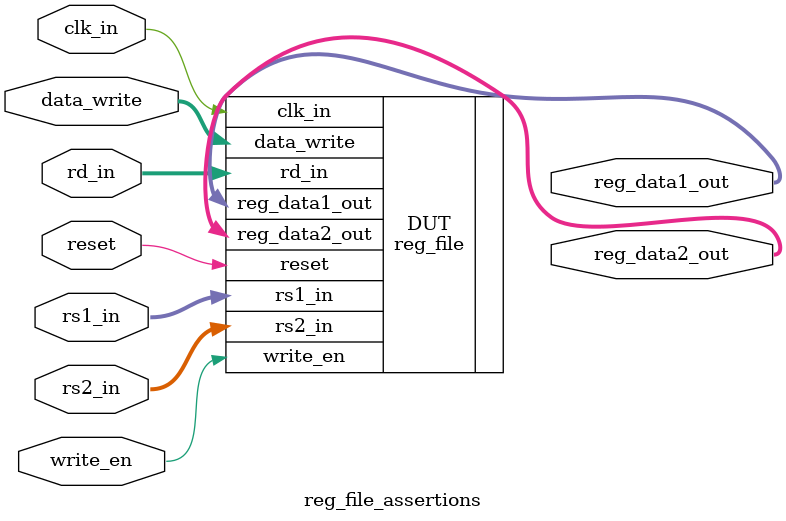
<source format=sv>
module reg_file_assertions #(
   parameter   REG_DATA_WIDTH_POW = 6,
   localparam  REG_DATA_WIDTH = 1 << REG_DATA_WIDTH_POW,

   parameter   REG_MEM_DEPTH_POW = 5,
   localparam  REG_MEM_DEPTH = 1 << REG_MEM_DEPTH_POW
)(
   input logic [REG_MEM_DEPTH_POW-1:0]    rs1_in, rs2_in,
   input logic [REG_MEM_DEPTH_POW-1:0]    rd_in,
   
   input logic [REG_DATA_WIDTH-1:0]       data_write,
   input logic                            clk_in,
   input logic                            write_en,
   input logic                            reset,
   
   output logic [REG_DATA_WIDTH-1:0]      reg_data1_out, reg_data2_out
);


   // Instantiate the DUT (Design Under Test)
   reg_file #(
      .REG_DATA_WIDTH_POW(REG_DATA_WIDTH_POW),
      .REG_MEM_DEPTH_POW(REG_MEM_DEPTH_POW)
   ) DUT (
      .rs1_in(rs1_in),
      .rs2_in(rs2_in),
      .rd_in(rd_in),
      .data_write(data_write),
      .clk_in(clk_in),
      .write_en(write_en),
      .reset(reset),
      .reg_data1_out(reg_data1_out),
      .reg_data2_out(reg_data2_out)
   );
   
   logic [REG_MEM_DEPTH_POW-1:0]    rs1_in_d; // previous rs1 register
   logic [REG_MEM_DEPTH_POW-1:0]    rs2_in_d; // previous rs2 register
   logic [REG_MEM_DEPTH_POW-1:0]    rd_in_d; // prevous destination register
   logic [REG_DATA_WIDTH-1:0]       data_write_d; // previous data to write
   logic [REG_DATA_WIDTH-1:0]       data_read1_d; // previous data read from rs1
   logic [REG_DATA_WIDTH-1:0]       data_read2_d; // previous data read from rs2
   
   logic                            bit_written; // goes high one cycle after a bit is written
   logic                            was_reset;
   
   initial begin
      
      bit_written  = 1'b0;
      rd_in_d      = '0;       // Initialize to zero
      rs1_in_d      = '0;       // Initialize to zero
      rs2_in_d      = '0;       // Initialize to zero
      data_write_d = '0;          // Initialize to zero
      data_read1_d = '0;         // Initialize to zero
      data_read2_d = '0;          // Initialize to zero
      was_reset = '0;            // Initialize to zero
      
   end
   
   always_ff @(posedge clk_in) begin
      assume(rs1_in < REG_MEM_DEPTH); // Constrain register index
      assume(rs2_in < REG_MEM_DEPTH); // Constrain register index
      assume(rd_in < REG_MEM_DEPTH);  // Constrain write index
      
      assume(reset + write_en < 2);
      
      assume(write_en == 1'b0 || write_en == 1'b1);  // Ensure write enable is binary
   end

   // Saving delayed values
   always_ff @(posedge clk_in) begin
      rd_in_d <= rd_in; // delayed rd_in value
      rs1_in_d <= rs1_in; // delayed rs1_in value
      rs2_in_d <= rs2_in; //delayed rs2_in value
      data_read1_d <= reg_data1_out; // delayed rs1 out
      data_read2_d <= reg_data2_out; // delayed rs2 out
      
      if (reset) begin
         was_reset <= 1'b1;
      end else begin
         was_reset <= 1'b0;
      end
      
      if (write_en && (rd_in != 0)) begin
         data_write_d <= data_write; // delayed written value
         bit_written <= 1'b1;
      end else begin
         bit_written <= 1'b0;
      end
   end
   
   // Note: flatten conditions to avoid state explosioncle
   
   // read after write integrity check
   always_ff @(posedge clk_in) begin
      if (bit_written && (rd_in_d == rs1_in)) begin // bit was written and read reg is same as written reg
         assert(reg_data1_out == data_write_d);
      end
   end
   
   always_ff @(posedge clk_in) begin
      if (bit_written && (rd_in_d == rs2_in)) begin // bit was written and read reg is same as written reg
         assert(reg_data2_out == data_write_d);
      end
   end

   // check write_en low means rd register stays same after 
   
   always_ff @(posedge clk_in) begin
       if (!was_reset && !bit_written && (rs1_in_d == rd_in_d) && (rs1_in == rs1_in_d)) begin // no write and read reg is same as was not written reg
           assert(data_read1_d == reg_data1_out);
       end
   end
   
   always_ff @(posedge clk_in) begin
       if (!was_reset && !bit_written && (rs2_in_d == rd_in_d) && (rs2_in == rs2_in_d)) begin // no write and read reg is same was was not written reg
           assert(data_read2_d == reg_data2_out);
       end
   end
   
   // register zero behaviour
   always_ff @(posedge clk_in) begin
      if (rs1_in == 0) begin // read reg is 0
         assert (reg_data1_out == 0);
      end
   end
   
   always_ff @(posedge clk_in) begin
      if (rs2_in == 0) begin // read reg is 0
         assert (reg_data2_out == 0);
      end
   end
   
   // reset behaviour
   always_ff @(posedge clk_in) begin
      if (was_reset) begin
         assert (reg_data1_out == '0 && reg_data2_out == '0);
      end
   end

endmodule

</source>
